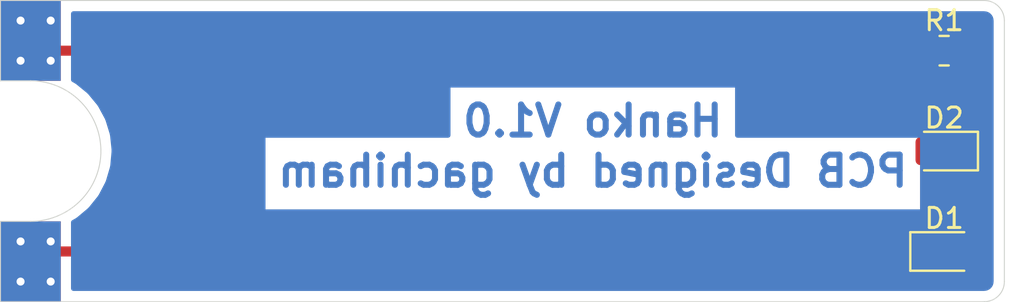
<source format=kicad_pcb>
(kicad_pcb (version 20171130) (host pcbnew "(5.1.10)-1")

  (general
    (thickness 1.6)
    (drawings 12)
    (tracks 20)
    (zones 0)
    (modules 7)
    (nets 4)
  )

  (page A4)
  (layers
    (0 F.Cu signal)
    (31 B.Cu signal)
    (32 B.Adhes user)
    (33 F.Adhes user)
    (34 B.Paste user)
    (35 F.Paste user)
    (36 B.SilkS user)
    (37 F.SilkS user)
    (38 B.Mask user)
    (39 F.Mask user)
    (40 Dwgs.User user)
    (41 Cmts.User user)
    (42 Eco1.User user)
    (43 Eco2.User user)
    (44 Edge.Cuts user)
    (45 Margin user)
    (46 B.CrtYd user)
    (47 F.CrtYd user)
    (48 B.Fab user)
    (49 F.Fab user)
  )

  (setup
    (last_trace_width 0.25)
    (user_trace_width 0.5)
    (trace_clearance 0.2)
    (zone_clearance 0.508)
    (zone_45_only no)
    (trace_min 0.2)
    (via_size 0.8)
    (via_drill 0.4)
    (via_min_size 0.4)
    (via_min_drill 0.3)
    (uvia_size 0.3)
    (uvia_drill 0.1)
    (uvias_allowed no)
    (uvia_min_size 0.2)
    (uvia_min_drill 0.1)
    (edge_width 0.05)
    (segment_width 0.2)
    (pcb_text_width 0.3)
    (pcb_text_size 1.5 1.5)
    (mod_edge_width 0.12)
    (mod_text_size 1 1)
    (mod_text_width 0.15)
    (pad_size 3 6)
    (pad_drill 0)
    (pad_to_mask_clearance 0)
    (aux_axis_origin 0 0)
    (visible_elements 7FFFFFFF)
    (pcbplotparams
      (layerselection 0x010f0_ffffffff)
      (usegerberextensions false)
      (usegerberattributes false)
      (usegerberadvancedattributes false)
      (creategerberjobfile false)
      (excludeedgelayer true)
      (linewidth 0.100000)
      (plotframeref false)
      (viasonmask false)
      (mode 1)
      (useauxorigin false)
      (hpglpennumber 1)
      (hpglpenspeed 20)
      (hpglpendiameter 15.000000)
      (psnegative false)
      (psa4output false)
      (plotreference true)
      (plotvalue true)
      (plotinvisibletext false)
      (padsonsilk false)
      (subtractmaskfromsilk false)
      (outputformat 1)
      (mirror false)
      (drillshape 0)
      (scaleselection 1)
      (outputdirectory "gerber/"))
  )

  (net 0 "")
  (net 1 GND)
  (net 2 "Net-(D1-Pad2)")
  (net 3 VCC)

  (net_class Default "This is the default net class."
    (clearance 0.2)
    (trace_width 0.25)
    (via_dia 0.8)
    (via_drill 0.4)
    (uvia_dia 0.3)
    (uvia_drill 0.1)
    (add_net GND)
    (add_net "Net-(D1-Pad2)")
    (add_net VCC)
  )

  (module kbd:Hanko_Pad (layer F.Cu) (tedit 62EFBD89) (tstamp 62EB146A)
    (at 20 19)
    (descr "Resitance 3 pas")
    (tags R)
    (path /62EAF9AA)
    (autoplace_cost180 10)
    (fp_text reference TP1 (at 0 3.7) (layer F.SilkS) hide
      (effects (font (size 0.8128 0.8128) (thickness 0.15)))
    )
    (fp_text value TestPoint (at 0 -3.4) (layer F.Fab) hide
      (effects (font (size 0.5 0.5) (thickness 0.125)))
    )
    (fp_text user ** (at 0 3.7) (layer B.SilkS) hide
      (effects (font (size 0.8128 0.8128) (thickness 0.15)) (justify mirror))
    )
    (pad 1 smd rect (at 0 0) (size 3 4) (layers F.Cu F.Paste F.Mask)
      (net 3 VCC))
    (model discret/resistor.wrl
      (at (xyz 0 0 0))
      (scale (xyz 0.3 0.3 0.3))
      (rotate (xyz 0 0 0))
    )
    (model Resistors_ThroughHole.3dshapes/Resistor_Horizontal_RM10mm.wrl
      (at (xyz 0 0 0))
      (scale (xyz 0.2 0.2 0.2))
      (rotate (xyz 0 0 0))
    )
  )

  (module kbd:Hanko_Pad (layer F.Cu) (tedit 62EFBD89) (tstamp 62EB1470)
    (at 20 30)
    (descr "Resitance 3 pas")
    (tags R)
    (path /62EB1871)
    (autoplace_cost180 10)
    (fp_text reference TP3 (at 0 3.7) (layer F.SilkS) hide
      (effects (font (size 0.8128 0.8128) (thickness 0.15)))
    )
    (fp_text value TestPoint (at 0 -3.4) (layer F.Fab) hide
      (effects (font (size 0.5 0.5) (thickness 0.125)))
    )
    (fp_text user ** (at 0 3.7) (layer B.SilkS) hide
      (effects (font (size 0.8128 0.8128) (thickness 0.15)) (justify mirror))
    )
    (pad 1 smd rect (at 0 0) (size 3 4) (layers F.Cu F.Paste F.Mask)
      (net 1 GND))
    (model discret/resistor.wrl
      (at (xyz 0 0 0))
      (scale (xyz 0.3 0.3 0.3))
      (rotate (xyz 0 0 0))
    )
    (model Resistors_ThroughHole.3dshapes/Resistor_Horizontal_RM10mm.wrl
      (at (xyz 0 0 0))
      (scale (xyz 0.2 0.2 0.2))
      (rotate (xyz 0 0 0))
    )
  )

  (module kbd:Hanko_Pad (layer B.Cu) (tedit 62EFBD89) (tstamp 62EB1476)
    (at 20 19)
    (descr "Resitance 3 pas")
    (tags R)
    (path /62EC2366)
    (autoplace_cost180 10)
    (fp_text reference TP2 (at 0 -3.7) (layer B.SilkS) hide
      (effects (font (size 0.8128 0.8128) (thickness 0.15)) (justify mirror))
    )
    (fp_text value TestPoint (at 0 3.4) (layer B.Fab) hide
      (effects (font (size 0.5 0.5) (thickness 0.125)) (justify mirror))
    )
    (fp_text user ** (at 0 -3.7) (layer F.SilkS) hide
      (effects (font (size 0.8128 0.8128) (thickness 0.15)))
    )
    (pad 1 smd rect (at 0 0) (size 3 4) (layers B.Cu B.Paste B.Mask)
      (net 3 VCC))
    (model discret/resistor.wrl
      (at (xyz 0 0 0))
      (scale (xyz 0.3 0.3 0.3))
      (rotate (xyz 0 0 0))
    )
    (model Resistors_ThroughHole.3dshapes/Resistor_Horizontal_RM10mm.wrl
      (at (xyz 0 0 0))
      (scale (xyz 0.2 0.2 0.2))
      (rotate (xyz 0 0 0))
    )
  )

  (module kbd:Hanko_Pad (layer B.Cu) (tedit 62EFBD89) (tstamp 62EB147C)
    (at 20 30)
    (descr "Resitance 3 pas")
    (tags R)
    (path /62EC226E)
    (autoplace_cost180 10)
    (fp_text reference TP4 (at 0 -3.7) (layer B.SilkS) hide
      (effects (font (size 0.8128 0.8128) (thickness 0.15)) (justify mirror))
    )
    (fp_text value TestPoint (at 0 3.4) (layer B.Fab) hide
      (effects (font (size 0.5 0.5) (thickness 0.125)) (justify mirror))
    )
    (fp_text user ** (at 0 -3.7) (layer F.SilkS) hide
      (effects (font (size 0.8128 0.8128) (thickness 0.15)))
    )
    (pad 1 smd rect (at 0 0) (size 3 4) (layers B.Cu B.Paste B.Mask)
      (net 1 GND))
    (model discret/resistor.wrl
      (at (xyz 0 0 0))
      (scale (xyz 0.3 0.3 0.3))
      (rotate (xyz 0 0 0))
    )
    (model Resistors_ThroughHole.3dshapes/Resistor_Horizontal_RM10mm.wrl
      (at (xyz 0 0 0))
      (scale (xyz 0.2 0.2 0.2))
      (rotate (xyz 0 0 0))
    )
  )

  (module LED_SMD:LED_0805_2012Metric (layer F.Cu) (tedit 5F68FEF1) (tstamp 62EB141C)
    (at 65.5 29.5)
    (descr "LED SMD 0805 (2012 Metric), square (rectangular) end terminal, IPC_7351 nominal, (Body size source: https://docs.google.com/spreadsheets/d/1BsfQQcO9C6DZCsRaXUlFlo91Tg2WpOkGARC1WS5S8t0/edit?usp=sharing), generated with kicad-footprint-generator")
    (tags LED)
    (path /62EAB39E)
    (attr smd)
    (fp_text reference D1 (at 0 -1.65) (layer F.SilkS)
      (effects (font (size 1 1) (thickness 0.15)))
    )
    (fp_text value LED_Small (at 0 1.65) (layer F.Fab)
      (effects (font (size 1 1) (thickness 0.15)))
    )
    (fp_line (start 1.68 0.95) (end -1.68 0.95) (layer F.CrtYd) (width 0.05))
    (fp_line (start 1.68 -0.95) (end 1.68 0.95) (layer F.CrtYd) (width 0.05))
    (fp_line (start -1.68 -0.95) (end 1.68 -0.95) (layer F.CrtYd) (width 0.05))
    (fp_line (start -1.68 0.95) (end -1.68 -0.95) (layer F.CrtYd) (width 0.05))
    (fp_line (start -1.685 0.96) (end 1 0.96) (layer F.SilkS) (width 0.12))
    (fp_line (start -1.685 -0.96) (end -1.685 0.96) (layer F.SilkS) (width 0.12))
    (fp_line (start 1 -0.96) (end -1.685 -0.96) (layer F.SilkS) (width 0.12))
    (fp_line (start 1 0.6) (end 1 -0.6) (layer F.Fab) (width 0.1))
    (fp_line (start -1 0.6) (end 1 0.6) (layer F.Fab) (width 0.1))
    (fp_line (start -1 -0.3) (end -1 0.6) (layer F.Fab) (width 0.1))
    (fp_line (start -0.7 -0.6) (end -1 -0.3) (layer F.Fab) (width 0.1))
    (fp_line (start 1 -0.6) (end -0.7 -0.6) (layer F.Fab) (width 0.1))
    (fp_text user %R (at 0 0) (layer F.Fab)
      (effects (font (size 0.5 0.5) (thickness 0.08)))
    )
    (pad 1 smd roundrect (at -0.9375 0) (size 0.975 1.4) (layers F.Cu F.Paste F.Mask) (roundrect_rratio 0.25)
      (net 1 GND))
    (pad 2 smd roundrect (at 0.9375 0) (size 0.975 1.4) (layers F.Cu F.Paste F.Mask) (roundrect_rratio 0.25)
      (net 2 "Net-(D1-Pad2)"))
    (model ${KISYS3DMOD}/LED_SMD.3dshapes/LED_0805_2012Metric.wrl
      (at (xyz 0 0 0))
      (scale (xyz 1 1 1))
      (rotate (xyz 0 0 0))
    )
  )

  (module LED_SMD:LED_0805_2012Metric (layer F.Cu) (tedit 5F68FEF1) (tstamp 62EB1442)
    (at 65.5 24.5 180)
    (descr "LED SMD 0805 (2012 Metric), square (rectangular) end terminal, IPC_7351 nominal, (Body size source: https://docs.google.com/spreadsheets/d/1BsfQQcO9C6DZCsRaXUlFlo91Tg2WpOkGARC1WS5S8t0/edit?usp=sharing), generated with kicad-footprint-generator")
    (tags LED)
    (path /62EF0041)
    (attr smd)
    (fp_text reference D2 (at 0 1.65) (layer F.SilkS)
      (effects (font (size 1 1) (thickness 0.15)))
    )
    (fp_text value LED_Small (at 0 1.65) (layer F.Fab)
      (effects (font (size 1 1) (thickness 0.15)))
    )
    (fp_line (start 1 -0.6) (end -0.7 -0.6) (layer F.Fab) (width 0.1))
    (fp_line (start -0.7 -0.6) (end -1 -0.3) (layer F.Fab) (width 0.1))
    (fp_line (start -1 -0.3) (end -1 0.6) (layer F.Fab) (width 0.1))
    (fp_line (start -1 0.6) (end 1 0.6) (layer F.Fab) (width 0.1))
    (fp_line (start 1 0.6) (end 1 -0.6) (layer F.Fab) (width 0.1))
    (fp_line (start 1 -0.96) (end -1.685 -0.96) (layer F.SilkS) (width 0.12))
    (fp_line (start -1.685 -0.96) (end -1.685 0.96) (layer F.SilkS) (width 0.12))
    (fp_line (start -1.685 0.96) (end 1 0.96) (layer F.SilkS) (width 0.12))
    (fp_line (start -1.68 0.95) (end -1.68 -0.95) (layer F.CrtYd) (width 0.05))
    (fp_line (start -1.68 -0.95) (end 1.68 -0.95) (layer F.CrtYd) (width 0.05))
    (fp_line (start 1.68 -0.95) (end 1.68 0.95) (layer F.CrtYd) (width 0.05))
    (fp_line (start 1.68 0.95) (end -1.68 0.95) (layer F.CrtYd) (width 0.05))
    (fp_text user %R (at 0 0) (layer F.Fab)
      (effects (font (size 0.5 0.5) (thickness 0.08)))
    )
    (pad 2 smd roundrect (at 0.9375 0 180) (size 0.975 1.4) (layers F.Cu F.Paste F.Mask) (roundrect_rratio 0.25)
      (net 1 GND))
    (pad 1 smd roundrect (at -0.9375 0 180) (size 0.975 1.4) (layers F.Cu F.Paste F.Mask) (roundrect_rratio 0.25)
      (net 2 "Net-(D1-Pad2)"))
    (model ${KISYS3DMOD}/LED_SMD.3dshapes/LED_0805_2012Metric.wrl
      (at (xyz 0 0 0))
      (scale (xyz 1 1 1))
      (rotate (xyz 0 0 0))
    )
  )

  (module Resistor_SMD:R_0805_2012Metric (layer F.Cu) (tedit 5F68FEEE) (tstamp 62EB1453)
    (at 65.5 19.5 180)
    (descr "Resistor SMD 0805 (2012 Metric), square (rectangular) end terminal, IPC_7351 nominal, (Body size source: IPC-SM-782 page 72, https://www.pcb-3d.com/wordpress/wp-content/uploads/ipc-sm-782a_amendment_1_and_2.pdf), generated with kicad-footprint-generator")
    (tags resistor)
    (path /62EAC5D2)
    (attr smd)
    (fp_text reference R1 (at 0 1.5) (layer F.SilkS)
      (effects (font (size 1 1) (thickness 0.15)))
    )
    (fp_text value R_Small (at 0 1.65) (layer F.Fab)
      (effects (font (size 1 1) (thickness 0.15)))
    )
    (fp_line (start 1.68 0.95) (end -1.68 0.95) (layer F.CrtYd) (width 0.05))
    (fp_line (start 1.68 -0.95) (end 1.68 0.95) (layer F.CrtYd) (width 0.05))
    (fp_line (start -1.68 -0.95) (end 1.68 -0.95) (layer F.CrtYd) (width 0.05))
    (fp_line (start -1.68 0.95) (end -1.68 -0.95) (layer F.CrtYd) (width 0.05))
    (fp_line (start -0.227064 0.735) (end 0.227064 0.735) (layer F.SilkS) (width 0.12))
    (fp_line (start -0.227064 -0.735) (end 0.227064 -0.735) (layer F.SilkS) (width 0.12))
    (fp_line (start 1 0.625) (end -1 0.625) (layer F.Fab) (width 0.1))
    (fp_line (start 1 -0.625) (end 1 0.625) (layer F.Fab) (width 0.1))
    (fp_line (start -1 -0.625) (end 1 -0.625) (layer F.Fab) (width 0.1))
    (fp_line (start -1 0.625) (end -1 -0.625) (layer F.Fab) (width 0.1))
    (fp_text user %R (at 0 0) (layer F.Fab)
      (effects (font (size 0.5 0.5) (thickness 0.08)))
    )
    (pad 1 smd roundrect (at -0.9125 0 180) (size 1.025 1.4) (layers F.Cu F.Paste F.Mask) (roundrect_rratio 0.2439014634146341)
      (net 2 "Net-(D1-Pad2)"))
    (pad 2 smd roundrect (at 0.9125 0 180) (size 1.025 1.4) (layers F.Cu F.Paste F.Mask) (roundrect_rratio 0.2439014634146341)
      (net 3 VCC))
    (model ${KISYS3DMOD}/Resistor_SMD.3dshapes/R_0805_2012Metric.wrl
      (at (xyz 0 0 0))
      (scale (xyz 1 1 1))
      (rotate (xyz 0 0 0))
    )
  )

  (gr_text "Hanko V1.0" (at 48 23) (layer B.Cu)
    (effects (font (size 1.5 1.5) (thickness 0.3)) (justify mirror))
  )
  (gr_arc (start 67.5 18) (end 68.5 18) (angle -90) (layer Edge.Cuts) (width 0.05) (tstamp 630F7340))
  (gr_arc (start 67.5 31) (end 67.5 32) (angle -90) (layer Edge.Cuts) (width 0.05))
  (gr_text "PCB Designed by gachiham" (at 48 25.5) (layer B.Cu)
    (effects (font (size 1.5 1.5) (thickness 0.3)) (justify mirror))
  )
  (gr_line (start 18.5 17) (end 18.5 21) (layer Edge.Cuts) (width 0.05) (tstamp 62EB1CCF))
  (gr_arc (start 20 24.5) (end 20 28) (angle -180) (layer Edge.Cuts) (width 0.05))
  (gr_line (start 18.5 28) (end 20 28) (layer Edge.Cuts) (width 0.05))
  (gr_line (start 18.5 21) (end 20 21) (layer Edge.Cuts) (width 0.05))
  (gr_line (start 18.5 32) (end 18.5 28) (layer Edge.Cuts) (width 0.05) (tstamp 62EB1855))
  (gr_line (start 67.5 32) (end 18.5 32) (layer Edge.Cuts) (width 0.05))
  (gr_line (start 68.5 18) (end 68.5 31) (layer Edge.Cuts) (width 0.05))
  (gr_line (start 18.5 17) (end 67.5 17) (layer Edge.Cuts) (width 0.05))

  (via (at 21 29) (size 0.8) (drill 0.4) (layers F.Cu B.Cu) (net 1))
  (via (at 19.5 29) (size 0.8) (drill 0.4) (layers F.Cu B.Cu) (net 1))
  (via (at 19.5 31) (size 0.8) (drill 0.4) (layers F.Cu B.Cu) (net 1))
  (via (at 21 31) (size 0.8) (drill 0.4) (layers F.Cu B.Cu) (net 1))
  (segment (start 20.875 29.875) (end 20 29) (width 0.5) (layer F.Cu) (net 1))
  (segment (start 20.85 29.85) (end 20 29) (width 0.5) (layer B.Cu) (net 1))
  (segment (start 64.5625 29.5) (end 64.5625 24.5) (width 0.5) (layer F.Cu) (net 1))
  (segment (start 20.5 29.5) (end 20 29) (width 0.5) (layer F.Cu) (net 1))
  (segment (start 64.5625 29.5) (end 20.5 29.5) (width 0.5) (layer F.Cu) (net 1))
  (segment (start 66.4375 29.5) (end 66.4375 24.5) (width 0.5) (layer F.Cu) (net 2))
  (segment (start 66.4375 19.525) (end 66.4125 19.5) (width 0.5) (layer F.Cu) (net 2))
  (segment (start 66.4375 24.5) (end 66.4375 19.525) (width 0.5) (layer F.Cu) (net 2))
  (via (at 19.5 18) (size 0.8) (drill 0.4) (layers F.Cu B.Cu) (net 3))
  (via (at 19.5 20) (size 0.8) (drill 0.4) (layers F.Cu B.Cu) (net 3))
  (via (at 21 20) (size 0.8) (drill 0.4) (layers F.Cu B.Cu) (net 3))
  (via (at 21 18) (size 0.8) (drill 0.4) (layers F.Cu B.Cu) (net 3))
  (segment (start 20.9375 19.0625) (end 20 20) (width 0.5) (layer B.Cu) (net 3))
  (segment (start 20.9125 19.0875) (end 20 20) (width 0.5) (layer F.Cu) (net 3))
  (segment (start 20.5 19.5) (end 20 20) (width 0.5) (layer F.Cu) (net 3))
  (segment (start 64.5875 19.5) (end 20.5 19.5) (width 0.5) (layer F.Cu) (net 3))

  (zone (net 0) (net_name "") (layer B.Cu) (tstamp 630F741C) (hatch edge 0.508)
    (connect_pads (clearance 0.508))
    (min_thickness 0.254)
    (fill yes (arc_segments 32) (thermal_gap 0.508) (thermal_bridge_width 0.508))
    (polygon
      (pts
        (xy 68.5 32) (xy 21.5 32) (xy 21.5 17) (xy 68.5 17)
      )
    )
    (filled_polygon
      (pts
        (xy 67.565424 17.66958) (xy 67.628356 17.68858) (xy 67.686405 17.719445) (xy 67.737343 17.760989) (xy 67.779248 17.811644)
        (xy 67.810515 17.869471) (xy 67.829956 17.932272) (xy 67.84 18.027835) (xy 67.840001 30.967711) (xy 67.83042 31.065424)
        (xy 67.81142 31.128357) (xy 67.780554 31.186406) (xy 67.739011 31.237343) (xy 67.688356 31.279248) (xy 67.630529 31.310515)
        (xy 67.567728 31.329956) (xy 67.472165 31.34) (xy 22.138072 31.34) (xy 22.138072 28.05272) (xy 22.295343 27.966259)
        (xy 22.344656 27.932493) (xy 22.394525 27.899361) (xy 22.401625 27.893486) (xy 22.924894 27.454411) (xy 22.966738 27.411681)
        (xy 23.009193 27.369522) (xy 23.015017 27.36238) (xy 23.443038 26.830029) (xy 23.475786 26.779984) (xy 23.509243 26.730383)
        (xy 23.513569 26.722246) (xy 23.830038 26.116898) (xy 23.852453 26.061419) (xy 23.875627 26.006291) (xy 23.87829 25.997469)
        (xy 24.071152 25.34218) (xy 24.082353 25.283461) (xy 24.09439 25.224824) (xy 24.095289 25.215653) (xy 24.157199 24.535384)
        (xy 24.156781 24.475566) (xy 24.157199 24.415748) (xy 24.156299 24.406577) (xy 24.084897 23.727238) (xy 24.081359 23.71)
        (xy 31.572143 23.71) (xy 31.572143 27.53) (xy 64.427857 27.53) (xy 64.427857 23.71) (xy 55.213572 23.71)
        (xy 55.213572 21.21) (xy 40.786429 21.21) (xy 40.786429 23.71) (xy 31.572143 23.71) (xy 24.081359 23.71)
        (xy 24.072876 23.668675) (xy 24.061661 23.609882) (xy 24.058997 23.60106) (xy 23.857005 22.948528) (xy 23.83382 22.893373)
        (xy 23.811416 22.83792) (xy 23.807089 22.829784) (xy 23.807089 22.829783) (xy 23.807086 22.829779) (xy 23.4822 22.228913)
        (xy 23.448755 22.179329) (xy 23.415995 22.129266) (xy 23.410171 22.122125) (xy 22.974759 21.595802) (xy 22.932303 21.553642)
        (xy 22.890459 21.510912) (xy 22.883358 21.505038) (xy 22.354009 21.073312) (xy 22.304182 21.040208) (xy 22.254827 21.006413)
        (xy 22.246724 21.002032) (xy 22.246716 21.002028) (xy 22.138072 20.944261) (xy 22.138072 17.66) (xy 67.467721 17.66)
      )
    )
  )
)

</source>
